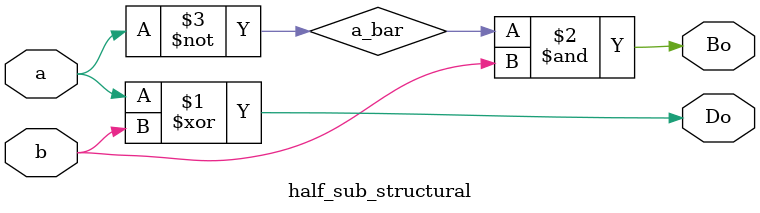
<source format=v>
`timescale 1ns / 1ps
module half_sub_structural(
    input a,
    input b,
    output Do,
    output Bo
    );
	 xor(Do,a,b);
	 not(a_bar,a);
	 and(Bo,a_bar,b);


endmodule

</source>
